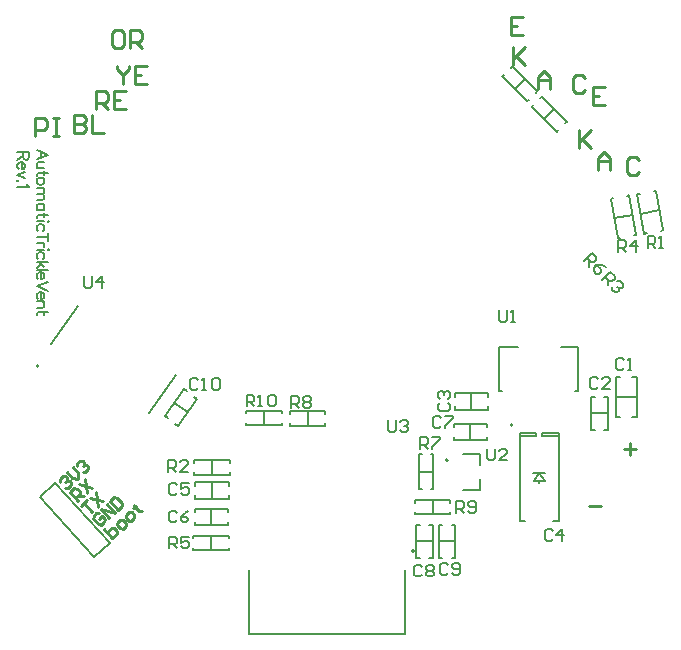
<source format=gto>
G04*
G04 #@! TF.GenerationSoftware,Altium Limited,Altium Designer,22.7.1 (60)*
G04*
G04 Layer_Color=65535*
%FSLAX44Y44*%
%MOMM*%
G71*
G04*
G04 #@! TF.SameCoordinates,79595E02-05C2-4DB9-B37B-C8AD278AF881*
G04*
G04*
G04 #@! TF.FilePolarity,Positive*
G04*
G01*
G75*
%ADD12C,0.2000*%
%ADD32C,0.2500*%
%ADD45C,0.1500*%
%ADD46C,0.1270*%
%ADD47C,0.2540*%
D12*
X454063Y190480D02*
G03*
X454063Y190480I-1000J0D01*
G01*
X399213Y160510D02*
G03*
X399213Y160510I-1000J0D01*
G01*
X370713Y83511D02*
G03*
X370713Y83511I-1000J0D01*
G01*
X52931Y240170D02*
G03*
X52931Y240170I-1000J0D01*
G01*
X476463Y140760D02*
Y142760D01*
Y149760D02*
Y150760D01*
X472463Y142760D02*
X481463D01*
X476463Y149760D02*
X481463Y142760D01*
X472463D02*
X476463Y149760D01*
X471463D02*
X481463D01*
X479003Y183260D02*
X492973D01*
Y108930D02*
Y183260D01*
X479003Y181320D02*
Y183260D01*
Y181320D02*
X492973D01*
X459953D02*
X473923D01*
Y183260D01*
X488213Y108930D02*
X492973D01*
X459953Y183260D02*
X473923D01*
X459953Y108930D02*
X464713D01*
X459953D02*
Y183260D01*
X53506Y129302D02*
X99543Y78174D01*
X53506Y129302D02*
X66883Y141347D01*
X112919Y90218D01*
X99543Y78174D02*
X112919Y90218D01*
X50963Y415143D02*
X60961Y418952D01*
X50963Y422760D01*
X54296Y421332D02*
Y416571D01*
X57628Y412810D02*
X52867D01*
X51439Y412334D01*
X50963Y411382D01*
Y409954D01*
X51439Y409002D01*
X52867Y407573D01*
X57628D02*
X50963D01*
X60961Y403526D02*
X52867D01*
X51439Y403050D01*
X50963Y402098D01*
Y401146D01*
X57628Y404955D02*
Y401622D01*
Y397337D02*
X57152Y398289D01*
X56200Y399242D01*
X54772Y399718D01*
X53819D01*
X52391Y399242D01*
X51439Y398289D01*
X50963Y397337D01*
Y395909D01*
X51439Y394957D01*
X52391Y394005D01*
X53819Y393529D01*
X54772D01*
X56200Y394005D01*
X57152Y394957D01*
X57628Y395909D01*
Y397337D01*
Y391339D02*
X50963D01*
X55724D02*
X57152Y389910D01*
X57628Y388958D01*
Y387530D01*
X57152Y386578D01*
X55724Y386102D01*
X50963D01*
X55724D02*
X57152Y384673D01*
X57628Y383721D01*
Y382293D01*
X57152Y381341D01*
X55724Y380865D01*
X50963D01*
X57628Y372009D02*
X50963D01*
X56200D02*
X57152Y372962D01*
X57628Y373914D01*
Y375342D01*
X57152Y376294D01*
X56200Y377246D01*
X54772Y377723D01*
X53819D01*
X52391Y377246D01*
X51439Y376294D01*
X50963Y375342D01*
Y373914D01*
X51439Y372962D01*
X52391Y372009D01*
X60961Y367915D02*
X52867D01*
X51439Y367439D01*
X50963Y366487D01*
Y365535D01*
X57628Y369343D02*
Y366011D01*
X60961Y363154D02*
X60485Y362678D01*
X60961Y362202D01*
X61437Y362678D01*
X60961Y363154D01*
X57628Y362678D02*
X50963D01*
X56200Y354727D02*
X57152Y355680D01*
X57628Y356632D01*
Y358060D01*
X57152Y359012D01*
X56200Y359964D01*
X54772Y360440D01*
X53819D01*
X52391Y359964D01*
X51439Y359012D01*
X50963Y358060D01*
Y356632D01*
X51439Y355680D01*
X52391Y354727D01*
X60961Y349252D02*
X50963D01*
X60961Y352585D02*
Y345920D01*
X57628Y344730D02*
X50963D01*
X54772D02*
X56200Y344254D01*
X57152Y343301D01*
X57628Y342349D01*
Y340921D01*
X60961Y339064D02*
X60485Y338588D01*
X60961Y338112D01*
X61437Y338588D01*
X60961Y339064D01*
X57628Y338588D02*
X50963D01*
X56200Y330637D02*
X57152Y331590D01*
X57628Y332542D01*
Y333970D01*
X57152Y334922D01*
X56200Y335874D01*
X54772Y336350D01*
X53819D01*
X52391Y335874D01*
X51439Y334922D01*
X50963Y333970D01*
Y332542D01*
X51439Y331590D01*
X52391Y330637D01*
X60961Y328495D02*
X50963D01*
X57628Y323734D02*
X52867Y328495D01*
X54772Y326591D02*
X50963Y323258D01*
X60961Y321687D02*
X50963D01*
X54772Y319592D02*
Y313879D01*
X55724D01*
X56676Y314355D01*
X57152Y314831D01*
X57628Y315783D01*
Y317212D01*
X57152Y318164D01*
X56200Y319116D01*
X54772Y319592D01*
X53819D01*
X52391Y319116D01*
X51439Y318164D01*
X50963Y317212D01*
Y315783D01*
X51439Y314831D01*
X52391Y313879D01*
X60961Y311737D02*
X50963Y307928D01*
X60961Y304119D02*
X50963Y307928D01*
X54772Y302834D02*
Y297121D01*
X55724D01*
X56676Y297597D01*
X57152Y298073D01*
X57628Y299025D01*
Y300453D01*
X57152Y301406D01*
X56200Y302358D01*
X54772Y302834D01*
X53819D01*
X52391Y302358D01*
X51439Y301406D01*
X50963Y300453D01*
Y299025D01*
X51439Y298073D01*
X52391Y297121D01*
X57628Y294978D02*
X50963D01*
X55724D02*
X57152Y293550D01*
X57628Y292598D01*
Y291170D01*
X57152Y290217D01*
X55724Y289741D01*
X50963D01*
X60961Y285695D02*
X52867D01*
X51439Y285219D01*
X50963Y284266D01*
Y283314D01*
X57628Y287123D02*
Y283790D01*
X228717Y206012D02*
Y216009D01*
X233715D01*
X235382Y214343D01*
Y211010D01*
X233715Y209344D01*
X228717D01*
X232049D02*
X235382Y206012D01*
X238714D02*
X242046D01*
X240380D01*
Y216009D01*
X238714Y214343D01*
X247044D02*
X248710Y216009D01*
X252043D01*
X253709Y214343D01*
Y207678D01*
X252043Y206012D01*
X248710D01*
X247044Y207678D01*
Y214343D01*
X266382Y204762D02*
Y214759D01*
X271381D01*
X273047Y213093D01*
Y209760D01*
X271381Y208094D01*
X266382D01*
X269715D02*
X273047Y204762D01*
X276379Y213093D02*
X278045Y214759D01*
X281378D01*
X283044Y213093D01*
Y211427D01*
X281378Y209760D01*
X283044Y208094D01*
Y206428D01*
X281378Y204762D01*
X278045D01*
X276379Y206428D01*
Y208094D01*
X278045Y209760D01*
X276379Y211427D01*
Y213093D01*
X278045Y209760D02*
X281378D01*
X393297Y196343D02*
X391631Y198009D01*
X388298D01*
X386632Y196343D01*
Y189678D01*
X388298Y188012D01*
X391631D01*
X393297Y189678D01*
X396629Y198009D02*
X403294D01*
Y196343D01*
X396629Y189678D01*
Y188012D01*
X526047Y229343D02*
X524381Y231009D01*
X521048D01*
X519382Y229343D01*
Y222678D01*
X521048Y221012D01*
X524381D01*
X526047Y222678D01*
X536044Y221012D02*
X529379D01*
X536044Y227677D01*
Y229343D01*
X534378Y231009D01*
X531045D01*
X529379Y229343D01*
X348632Y194759D02*
Y186428D01*
X350298Y184762D01*
X353631D01*
X355297Y186428D01*
Y194759D01*
X358629Y193093D02*
X360295Y194759D01*
X363628D01*
X365294Y193093D01*
Y191427D01*
X363628Y189760D01*
X361961D01*
X363628D01*
X365294Y188094D01*
Y186428D01*
X363628Y184762D01*
X360295D01*
X358629Y186428D01*
X187631Y228593D02*
X185965Y230259D01*
X182633D01*
X180967Y228593D01*
Y221928D01*
X182633Y220262D01*
X185965D01*
X187631Y221928D01*
X190964Y220262D02*
X194296D01*
X192630D01*
Y230259D01*
X190964Y228593D01*
X199294D02*
X200961Y230259D01*
X204293D01*
X205959Y228593D01*
Y221928D01*
X204293Y220262D01*
X200961D01*
X199294Y221928D01*
Y228593D01*
X529788Y313117D02*
X536857Y320186D01*
X540391Y316651D01*
Y314295D01*
X538035Y311938D01*
X535679D01*
X532144Y315473D01*
X534500Y313117D02*
Y308404D01*
X542747Y311938D02*
X545104D01*
X547460Y309582D01*
X547460Y307226D01*
X546282Y306048D01*
X543926D01*
X542747Y307226D01*
X543926Y306048D01*
X543926Y303692D01*
X542747Y302514D01*
X540391D01*
X538035Y304870D01*
Y307226D01*
X543382Y336512D02*
Y346509D01*
X548381D01*
X550047Y344843D01*
Y341510D01*
X548381Y339844D01*
X543382D01*
X546715D02*
X550047Y336512D01*
X558377D02*
Y346509D01*
X553379Y341510D01*
X560044D01*
X163132Y85762D02*
Y95759D01*
X168131D01*
X169797Y94093D01*
Y90760D01*
X168131Y89094D01*
X163132D01*
X166465D02*
X169797Y85762D01*
X179794Y95759D02*
X173129D01*
Y90760D01*
X176461Y92427D01*
X178127D01*
X179794Y90760D01*
Y87428D01*
X178127Y85762D01*
X174795D01*
X173129Y87428D01*
X162632Y150262D02*
Y160259D01*
X167631D01*
X169297Y158593D01*
Y155260D01*
X167631Y153594D01*
X162632D01*
X165965D02*
X169297Y150262D01*
X179294D02*
X172629D01*
X179294Y156927D01*
Y158593D01*
X177628Y160259D01*
X174295D01*
X172629Y158593D01*
X514288Y329117D02*
X521357Y336185D01*
X524891Y332651D01*
Y330295D01*
X522535Y327938D01*
X520178D01*
X516644Y331473D01*
X519000Y329117D02*
Y324404D01*
X533138D02*
X529604Y325582D01*
X524891D01*
X522535Y323226D01*
Y320870D01*
X524891Y318514D01*
X527247D01*
X528425Y319692D01*
X528425Y322048D01*
X524891Y325582D01*
X568298Y340512D02*
Y350509D01*
X573297D01*
X574963Y348843D01*
Y345510D01*
X573297Y343844D01*
X568298D01*
X571631D02*
X574963Y340512D01*
X578295D02*
X581628D01*
X579961D01*
Y350509D01*
X578295Y348843D01*
X91382Y316259D02*
Y307928D01*
X93048Y306262D01*
X96381D01*
X98047Y307928D01*
Y316259D01*
X106377Y306262D02*
Y316259D01*
X101379Y311260D01*
X108044D01*
X432382Y170259D02*
Y161928D01*
X434048Y160262D01*
X437381D01*
X439047Y161928D01*
Y170259D01*
X449044Y160262D02*
X442379D01*
X449044Y166927D01*
Y168593D01*
X447378Y170259D01*
X444045D01*
X442379Y168593D01*
X442298Y287509D02*
Y279178D01*
X443965Y277512D01*
X447297D01*
X448963Y279178D01*
Y287509D01*
X452295Y277512D02*
X455628D01*
X453961D01*
Y287509D01*
X452295Y285843D01*
X406382Y115512D02*
Y125509D01*
X411381D01*
X413047Y123843D01*
Y120510D01*
X411381Y118844D01*
X406382D01*
X409715D02*
X413047Y115512D01*
X416379Y117178D02*
X418045Y115512D01*
X421377D01*
X423044Y117178D01*
Y123843D01*
X421377Y125509D01*
X418045D01*
X416379Y123843D01*
Y122177D01*
X418045Y120510D01*
X423044D01*
X375632Y169762D02*
Y179759D01*
X380631D01*
X382297Y178093D01*
Y174760D01*
X380631Y173094D01*
X375632D01*
X378965D02*
X382297Y169762D01*
X385629Y179759D02*
X392294D01*
Y178093D01*
X385629Y171428D01*
Y169762D01*
X399547Y71343D02*
X397881Y73009D01*
X394548D01*
X392882Y71343D01*
Y64678D01*
X394548Y63012D01*
X397881D01*
X399547Y64678D01*
X402879D02*
X404545Y63012D01*
X407878D01*
X409544Y64678D01*
Y71343D01*
X407878Y73009D01*
X404545D01*
X402879Y71343D01*
Y69676D01*
X404545Y68010D01*
X409544D01*
X377297Y70343D02*
X375631Y72009D01*
X372298D01*
X370632Y70343D01*
Y63678D01*
X372298Y62012D01*
X375631D01*
X377297Y63678D01*
X380629Y70343D02*
X382295Y72009D01*
X385628D01*
X387294Y70343D01*
Y68677D01*
X385628Y67010D01*
X387294Y65344D01*
Y63678D01*
X385628Y62012D01*
X382295D01*
X380629Y63678D01*
Y65344D01*
X382295Y67010D01*
X380629Y68677D01*
Y70343D01*
X382295Y67010D02*
X385628D01*
X169547Y116093D02*
X167881Y117759D01*
X164548D01*
X162882Y116093D01*
Y109428D01*
X164548Y107762D01*
X167881D01*
X169547Y109428D01*
X179544Y117759D02*
X176211Y116093D01*
X172879Y112760D01*
Y109428D01*
X174545Y107762D01*
X177878D01*
X179544Y109428D01*
Y111094D01*
X177878Y112760D01*
X172879D01*
X170047Y139343D02*
X168381Y141009D01*
X165048D01*
X163382Y139343D01*
Y132678D01*
X165048Y131012D01*
X168381D01*
X170047Y132678D01*
X180044Y141009D02*
X173379D01*
Y136010D01*
X176711Y137677D01*
X178377D01*
X180044Y136010D01*
Y132678D01*
X178377Y131012D01*
X175045D01*
X173379Y132678D01*
X392631Y208844D02*
X390965Y207178D01*
Y203846D01*
X392631Y202180D01*
X399295D01*
X400961Y203846D01*
Y207178D01*
X399295Y208844D01*
X392631Y212177D02*
X390965Y213843D01*
Y217175D01*
X392631Y218841D01*
X394297D01*
X395963Y217175D01*
Y215509D01*
Y217175D01*
X397629Y218841D01*
X399295D01*
X400961Y217175D01*
Y213843D01*
X399295Y212177D01*
X487797Y100593D02*
X486131Y102259D01*
X482799D01*
X481132Y100593D01*
Y93928D01*
X482799Y92262D01*
X486131D01*
X487797Y93928D01*
X496128Y92262D02*
Y102259D01*
X491129Y97260D01*
X497794D01*
X547963Y245343D02*
X546297Y247009D01*
X542965D01*
X541298Y245343D01*
Y238678D01*
X542965Y237012D01*
X546297D01*
X547963Y238678D01*
X551295Y237012D02*
X554627D01*
X552961D01*
Y247009D01*
X551295Y245343D01*
D32*
X70574Y142232D02*
X70697Y144585D01*
X73173Y146815D01*
X75526Y146691D01*
X76641Y145453D01*
X76518Y143100D01*
X75280Y141985D01*
X76518Y143100D01*
X78871Y142977D01*
X79986Y141739D01*
X79862Y139386D01*
X77386Y137156D01*
X75033Y137279D01*
X76888Y150159D02*
X81347Y145207D01*
X86053Y144960D01*
X86300Y149666D01*
X81841Y154619D01*
X85432Y155610D02*
X85555Y157963D01*
X88032Y160193D01*
X90385Y160070D01*
X91499Y158832D01*
X91376Y156479D01*
X90138Y155364D01*
X91376Y156479D01*
X93729Y156355D01*
X94844Y155117D01*
X94721Y152764D01*
X92244Y150534D01*
X89891Y150658D01*
X108459Y102220D02*
X115148Y94791D01*
X118862Y98136D01*
X118986Y100489D01*
X117871Y101727D01*
X116756Y102965D01*
X114403Y103088D01*
X110689Y99744D01*
X123815Y102595D02*
X126292Y104825D01*
X126415Y107178D01*
X124185Y109654D01*
X121832Y109777D01*
X119356Y107548D01*
X119233Y105195D01*
X121462Y102718D01*
X123815Y102595D01*
X131244Y109284D02*
X133721Y111514D01*
X133844Y113867D01*
X131614Y116343D01*
X129261Y116467D01*
X126785Y114237D01*
X126662Y111884D01*
X128891Y109408D01*
X131244Y109284D01*
X133099Y122164D02*
X134214Y120926D01*
X132976Y119811D01*
X135452Y122041D01*
X134214Y120926D01*
X137558Y117212D01*
X139911Y117088D01*
X104026Y115441D02*
X101673Y115565D01*
X99197Y113335D01*
X99074Y110982D01*
X103533Y106029D01*
X105886Y105906D01*
X108363Y108136D01*
X108486Y110489D01*
X106256Y112965D01*
X103780Y110735D01*
X112077Y111480D02*
X105388Y118909D01*
X117030Y115940D01*
X110340Y123369D01*
X112817Y125598D02*
X119506Y118169D01*
X123221Y121514D01*
X123344Y123867D01*
X118884Y128820D01*
X116531Y128943D01*
X112817Y125598D01*
X88459Y121970D02*
X93412Y126430D01*
X90935Y124200D01*
X97624Y116771D01*
X95888Y128659D02*
X107530Y125690D01*
X100841Y133119D02*
X102577Y121230D01*
X85898Y125791D02*
X79209Y133220D01*
X82923Y136565D01*
X85276Y136441D01*
X87506Y133965D01*
X87383Y131612D01*
X83668Y128267D01*
X86145Y130497D02*
X90851Y130251D01*
X86638Y139909D02*
X98280Y136940D01*
X91590Y144369D02*
X93327Y132480D01*
D45*
X167479Y209025D02*
X178947Y200995D01*
X184520Y214184D02*
X186977Y212463D01*
X170917Y189527D02*
X186977Y212463D01*
X168459Y191248D02*
X170917Y189527D01*
X159449Y197557D02*
X161906Y195837D01*
X159449Y197557D02*
X175509Y220494D01*
X177966Y218773D01*
X280463Y189760D02*
Y201761D01*
X265463Y189760D02*
X295463D01*
X265463D02*
Y191680D01*
X295463Y189760D02*
Y191680D01*
Y199840D02*
Y201761D01*
X265463D02*
X295463D01*
X265463Y199840D02*
Y201761D01*
X243463Y190260D02*
Y202260D01*
X228463D02*
X258463D01*
Y200340D02*
Y202260D01*
X228463Y200340D02*
Y202260D01*
Y190260D02*
Y192180D01*
Y190260D02*
X258463D01*
Y192180D01*
X466327Y464411D02*
X467685Y465769D01*
X445114Y485624D02*
X466327Y464411D01*
X445114Y485624D02*
X446471Y486982D01*
X452241Y492752D02*
X453599Y494110D01*
X473455Y471539D02*
X474812Y472896D01*
X453599Y494110D02*
X474812Y472896D01*
X455720Y475018D02*
X464206Y483503D01*
X477241Y466752D02*
X478599Y468110D01*
X499812Y446897D01*
X498455Y445539D02*
X499812Y446897D01*
X491327Y438411D02*
X492685Y439769D01*
X470114Y459624D02*
X471471Y460982D01*
X470114Y459624D02*
X491327Y438411D01*
X480720Y449018D02*
X489206Y457503D01*
X562584Y369121D02*
X578341Y371900D01*
X565536Y352379D02*
X567506Y352727D01*
X559632Y385863D02*
X565536Y352379D01*
X559632Y385863D02*
X561602Y386210D01*
X579324Y354811D02*
X581293Y355158D01*
X575389Y388641D02*
X581293Y355158D01*
X573420Y388294D02*
X575389Y388641D01*
X540084Y365121D02*
X555841Y367900D01*
X543036Y348380D02*
X545006Y348727D01*
X537132Y381863D02*
X543036Y348380D01*
X537132Y381863D02*
X539102Y382210D01*
X556824Y350811D02*
X558793Y351158D01*
X552889Y384641D02*
X558793Y351158D01*
X550920Y384294D02*
X552889Y384641D01*
X541213Y214260D02*
X559213D01*
X555213Y197260D02*
X559213D01*
Y231260D01*
X555213D02*
X559213D01*
X541213D02*
X545213D01*
X541213Y197260D02*
Y231260D01*
Y197260D02*
X545213D01*
X520713Y200010D02*
X534713D01*
X531713Y214010D02*
X534713D01*
Y186010D02*
Y214010D01*
X531713Y186010D02*
X534713D01*
X520713D02*
X523713D01*
X520713D02*
Y214010D01*
X523713D01*
X418963Y203010D02*
Y217010D01*
X404963Y214010D02*
Y217010D01*
X432963D01*
Y214010D02*
Y217010D01*
Y203010D02*
Y206010D01*
X404963Y203010D02*
X432963D01*
X404963D02*
Y206010D01*
X418213Y177260D02*
Y191261D01*
X404213Y188260D02*
Y191261D01*
X432213D01*
Y188260D02*
Y191261D01*
Y177260D02*
Y180260D01*
X404213Y177260D02*
X432213D01*
X404213D02*
Y180260D01*
X385043Y165760D02*
X386963D01*
Y135760D02*
Y165760D01*
X385043Y135760D02*
X386963D01*
X374963D02*
X376883D01*
X374963Y165760D02*
X376883D01*
X374963Y135760D02*
Y165760D01*
Y150760D02*
X386963D01*
X371213Y124590D02*
Y126510D01*
X401213D01*
Y124590D02*
Y126510D01*
Y114510D02*
Y116430D01*
X371213Y114510D02*
Y116430D01*
Y114510D02*
X401213D01*
X386213D02*
Y126510D01*
X383463Y77760D02*
X386463D01*
Y105760D01*
X383463D02*
X386463D01*
X372463D02*
X375463D01*
X372463Y77760D02*
Y105760D01*
Y77760D02*
X375463D01*
X372463Y91760D02*
X386463D01*
X402463Y78010D02*
X405463D01*
Y106010D01*
X402463D02*
X405463D01*
X391463D02*
X394463D01*
X391463Y78010D02*
Y106010D01*
Y78010D02*
X394463D01*
X391463Y92010D02*
X405463D01*
X184463Y158341D02*
Y160261D01*
X214463D01*
Y158341D02*
Y160261D01*
Y148260D02*
Y150180D01*
X184463Y148260D02*
Y150180D01*
Y148260D02*
X214463D01*
X199463D02*
Y160261D01*
X185463Y128010D02*
Y131011D01*
Y128010D02*
X213463D01*
Y131011D01*
Y139010D02*
Y142010D01*
X185463D02*
X213463D01*
X185463Y139010D02*
Y142010D01*
X199463Y128010D02*
Y142010D01*
X183463Y94590D02*
Y96510D01*
X213463D01*
Y94590D02*
Y96510D01*
Y84510D02*
Y86430D01*
X183463Y84510D02*
Y86430D01*
Y84510D02*
X213463D01*
X198463D02*
Y96510D01*
X198963Y105260D02*
Y119260D01*
X184963Y116260D02*
Y119260D01*
X212963D01*
Y116260D02*
Y119260D01*
Y105260D02*
Y108260D01*
X184963Y105260D02*
X212963D01*
X184963D02*
Y108260D01*
X44461Y421510D02*
X34463D01*
X44461D02*
Y417226D01*
X43985Y415797D01*
X43509Y415321D01*
X42556Y414845D01*
X41604D01*
X40652Y415321D01*
X40176Y415797D01*
X39700Y417226D01*
Y421510D01*
Y418178D02*
X34463Y414845D01*
X38272Y412608D02*
Y406894D01*
X39224D01*
X40176Y407371D01*
X40652Y407847D01*
X41128Y408799D01*
Y410227D01*
X40652Y411179D01*
X39700Y412132D01*
X38272Y412608D01*
X37319D01*
X35891Y412132D01*
X34939Y411179D01*
X34463Y410227D01*
Y408799D01*
X34939Y407847D01*
X35891Y406894D01*
X41128Y404752D02*
X34463Y401896D01*
X41128Y399039D02*
X34463Y401896D01*
X35415Y396944D02*
X34939Y397420D01*
X34463Y396944D01*
X34939Y396468D01*
X35415Y396944D01*
X42556Y394278D02*
X43032Y393326D01*
X44461Y391898D01*
X34463D01*
D46*
X442363Y218911D02*
Y256110D01*
X509563Y218911D02*
Y256110D01*
X442363Y218911D02*
X444963D01*
X507063D02*
X509563D01*
X494663Y256110D02*
X509563D01*
X442363D02*
X458363D01*
X412213Y166110D02*
X426213D01*
X412213Y134910D02*
X426213D01*
Y156710D02*
Y166110D01*
Y134910D02*
Y144311D01*
X231213Y13510D02*
X363213D01*
Y67311D01*
X231213Y13510D02*
Y67311D01*
X63538Y258839D02*
X85908Y290786D01*
X146518Y200735D02*
X168888Y232682D01*
D47*
X548253Y170129D02*
X558410D01*
X553331Y175207D02*
Y165050D01*
X518503Y122050D02*
X528660D01*
X515410Y483996D02*
X512870Y486535D01*
X507792D01*
X505253Y483996D01*
Y473840D01*
X507792Y471300D01*
X512870D01*
X515410Y473840D01*
X475253Y474550D02*
Y484707D01*
X480331Y489785D01*
X485410Y484707D01*
Y474550D01*
Y482168D01*
X475253D01*
X454253Y510036D02*
Y494800D01*
Y499879D01*
X464410Y510036D01*
X456792Y502418D01*
X464410Y494800D01*
X462829Y535658D02*
X452673D01*
Y520422D01*
X462829D01*
X452673Y528040D02*
X457751D01*
X531910Y476535D02*
X521753D01*
Y461300D01*
X531910D01*
X521753Y468918D02*
X526831D01*
X510253Y440036D02*
Y424800D01*
Y429879D01*
X520410Y440036D01*
X512792Y432418D01*
X520410Y424800D01*
X526253Y406300D02*
Y416457D01*
X531331Y421535D01*
X536410Y416457D01*
Y406300D01*
Y413918D01*
X526253D01*
X561198Y415008D02*
X558659Y417547D01*
X553581D01*
X551041Y415008D01*
Y404851D01*
X553581Y402312D01*
X558659D01*
X561198Y404851D01*
X122371Y524535D02*
X117292D01*
X114753Y521996D01*
Y511840D01*
X117292Y509300D01*
X122371D01*
X124910Y511840D01*
Y521996D01*
X122371Y524535D01*
X129988Y509300D02*
Y524535D01*
X137605D01*
X140145Y521996D01*
Y516918D01*
X137605Y514379D01*
X129988D01*
X135066D02*
X140145Y509300D01*
X118753Y494286D02*
Y491746D01*
X123831Y486668D01*
X128910Y491746D01*
Y494286D01*
X123831Y486668D02*
Y479050D01*
X144145Y494286D02*
X133988D01*
Y479050D01*
X144145D01*
X133988Y486668D02*
X139066D01*
X101503Y457550D02*
Y472785D01*
X109121D01*
X111660Y470246D01*
Y465168D01*
X109121Y462629D01*
X101503D01*
X106581D02*
X111660Y457550D01*
X126895Y472785D02*
X116738D01*
Y457550D01*
X126895D01*
X116738Y465168D02*
X121816D01*
X82753Y452536D02*
Y437300D01*
X90371D01*
X92910Y439840D01*
Y442379D01*
X90371Y444918D01*
X82753D01*
X90371D01*
X92910Y447457D01*
Y449996D01*
X90371Y452536D01*
X82753D01*
X97988D02*
Y437300D01*
X108145D01*
X49753Y434550D02*
Y449785D01*
X57371D01*
X59910Y447246D01*
Y442168D01*
X57371Y439629D01*
X49753D01*
X64988Y449785D02*
X70066D01*
X67527D01*
Y434550D01*
X64988D01*
X70066D01*
M02*

</source>
